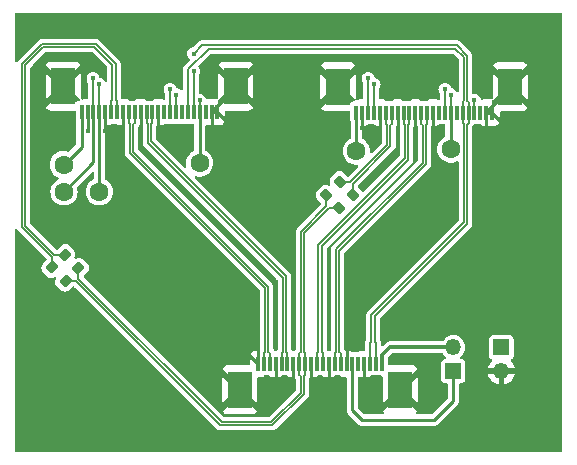
<source format=gtl>
G04 #@! TF.GenerationSoftware,KiCad,Pcbnew,8.0.3*
G04 #@! TF.CreationDate,2025-06-24T11:22:04+03:00*
G04 #@! TF.ProjectId,Camera_24-22_Pin,43616d65-7261-45f3-9234-2d32325f5069,rev?*
G04 #@! TF.SameCoordinates,Original*
G04 #@! TF.FileFunction,Copper,L1,Top*
G04 #@! TF.FilePolarity,Positive*
%FSLAX46Y46*%
G04 Gerber Fmt 4.6, Leading zero omitted, Abs format (unit mm)*
G04 Created by KiCad (PCBNEW 8.0.3) date 2025-06-24 11:22:04*
%MOMM*%
%LPD*%
G01*
G04 APERTURE LIST*
G04 Aperture macros list*
%AMRoundRect*
0 Rectangle with rounded corners*
0 $1 Rounding radius*
0 $2 $3 $4 $5 $6 $7 $8 $9 X,Y pos of 4 corners*
0 Add a 4 corners polygon primitive as box body*
4,1,4,$2,$3,$4,$5,$6,$7,$8,$9,$2,$3,0*
0 Add four circle primitives for the rounded corners*
1,1,$1+$1,$2,$3*
1,1,$1+$1,$4,$5*
1,1,$1+$1,$6,$7*
1,1,$1+$1,$8,$9*
0 Add four rect primitives between the rounded corners*
20,1,$1+$1,$2,$3,$4,$5,0*
20,1,$1+$1,$4,$5,$6,$7,0*
20,1,$1+$1,$6,$7,$8,$9,0*
20,1,$1+$1,$8,$9,$2,$3,0*%
G04 Aperture macros list end*
G04 #@! TA.AperFunction,SMDPad,CuDef*
%ADD10RoundRect,0.200000X0.053033X-0.335876X0.335876X-0.053033X-0.053033X0.335876X-0.335876X0.053033X0*%
G04 #@! TD*
G04 #@! TA.AperFunction,ComponentPad*
%ADD11C,1.600000*%
G04 #@! TD*
G04 #@! TA.AperFunction,SMDPad,CuDef*
%ADD12R,0.300000X1.250000*%
G04 #@! TD*
G04 #@! TA.AperFunction,SMDPad,CuDef*
%ADD13R,2.000000X3.150000*%
G04 #@! TD*
G04 #@! TA.AperFunction,SMDPad,CuDef*
%ADD14RoundRect,0.200000X0.335876X0.053033X0.053033X0.335876X-0.335876X-0.053033X-0.053033X-0.335876X0*%
G04 #@! TD*
G04 #@! TA.AperFunction,ComponentPad*
%ADD15R,1.350000X1.350000*%
G04 #@! TD*
G04 #@! TA.AperFunction,ComponentPad*
%ADD16O,1.350000X1.350000*%
G04 #@! TD*
G04 #@! TA.AperFunction,ViaPad*
%ADD17C,0.400000*%
G04 #@! TD*
G04 #@! TA.AperFunction,ViaPad*
%ADD18C,0.500000*%
G04 #@! TD*
G04 #@! TA.AperFunction,Conductor*
%ADD19C,0.152400*%
G04 #@! TD*
G04 #@! TA.AperFunction,Conductor*
%ADD20C,0.254000*%
G04 #@! TD*
G04 #@! TA.AperFunction,Conductor*
%ADD21C,0.300000*%
G04 #@! TD*
G04 #@! TA.AperFunction,Conductor*
%ADD22C,0.250000*%
G04 #@! TD*
G04 APERTURE END LIST*
D10*
X174351337Y-91582112D03*
X175518063Y-90415386D03*
D11*
X175820000Y-86750000D03*
D12*
X167490000Y-104752500D03*
X167990000Y-104752500D03*
X168490000Y-104752500D03*
X168990000Y-104752500D03*
X169490000Y-104752500D03*
X169990000Y-104752500D03*
X170490000Y-104752500D03*
X170990000Y-104752500D03*
X171490000Y-104752500D03*
X171990000Y-104752500D03*
X172490000Y-104752500D03*
X172990000Y-104752500D03*
X173490000Y-104752500D03*
X173990000Y-104752500D03*
X174490000Y-104752500D03*
X174990000Y-104752500D03*
X175490000Y-104752500D03*
X175990000Y-104752500D03*
X176490000Y-104752500D03*
X176990000Y-104752500D03*
X177490000Y-104752500D03*
X177990000Y-104752500D03*
D13*
X165940000Y-106952500D03*
X179540000Y-106952500D03*
D11*
X151070000Y-90180000D03*
X154060000Y-90170000D03*
X183820000Y-86570000D03*
D12*
X164060000Y-83427500D03*
X163560000Y-83427500D03*
X163060000Y-83427500D03*
X162560000Y-83427500D03*
X162060000Y-83427500D03*
X161560000Y-83427500D03*
X161060000Y-83427500D03*
X160560000Y-83427500D03*
X160060000Y-83427500D03*
X159560000Y-83427500D03*
X159060000Y-83427500D03*
X158560000Y-83427500D03*
X158060000Y-83427500D03*
X157560000Y-83427500D03*
X157060000Y-83427500D03*
X156560000Y-83427500D03*
X156060000Y-83427500D03*
X155560000Y-83427500D03*
X155060000Y-83427500D03*
X154560000Y-83427500D03*
X154060000Y-83427500D03*
X153560000Y-83427500D03*
X153060000Y-83427500D03*
X152560000Y-83427500D03*
D13*
X165610000Y-81227500D03*
X151010000Y-81227500D03*
D14*
X152293363Y-96663363D03*
X151126637Y-95496637D03*
D12*
X187320000Y-83467500D03*
X186820000Y-83467500D03*
X186320000Y-83467500D03*
X185820000Y-83467500D03*
X185320000Y-83467500D03*
X184820000Y-83467500D03*
X184320000Y-83467500D03*
X183820000Y-83467500D03*
X183320000Y-83467500D03*
X182820000Y-83467500D03*
X182320000Y-83467500D03*
X181820000Y-83467500D03*
X181320000Y-83467500D03*
X180820000Y-83467500D03*
X180320000Y-83467500D03*
X179820000Y-83467500D03*
X179320000Y-83467500D03*
X178820000Y-83467500D03*
X178320000Y-83467500D03*
X177820000Y-83467500D03*
X177320000Y-83467500D03*
X176820000Y-83467500D03*
X176320000Y-83467500D03*
X175820000Y-83467500D03*
D13*
X188870000Y-81267500D03*
X174270000Y-81267500D03*
D11*
X151030000Y-87880000D03*
D15*
X188110000Y-103350000D03*
D16*
X188110000Y-105350000D03*
D10*
X173276637Y-90493363D03*
X174443363Y-89326637D03*
D11*
X162550000Y-87740000D03*
D14*
X151203363Y-97743363D03*
X150036637Y-96576637D03*
D15*
X184020000Y-105350000D03*
D16*
X184020000Y-103350000D03*
D17*
X177320000Y-81080000D03*
X154060000Y-81080000D03*
X160560000Y-81950000D03*
X183820000Y-81950000D03*
X183320000Y-81520000D03*
X160050000Y-81520000D03*
X153530000Y-80570000D03*
X176820000Y-80570000D03*
X162560000Y-82450000D03*
X185820000Y-82450000D03*
X162060000Y-79990000D03*
X162060000Y-78480000D03*
X182320000Y-84800000D03*
X171990000Y-106260000D03*
X173490000Y-106260000D03*
X167490000Y-102150000D03*
X159070000Y-85020000D03*
X176480000Y-106260000D03*
D18*
X174990000Y-102000000D03*
D17*
X156060000Y-85020000D03*
X170480000Y-106260000D03*
X168990000Y-106240000D03*
X180830000Y-84800000D03*
X154560000Y-85020000D03*
X177820000Y-84800000D03*
X186820000Y-84800000D03*
X153060000Y-85020000D03*
X163560000Y-84970000D03*
X179320000Y-84800000D03*
X157560000Y-85020000D03*
X176320000Y-84800000D03*
D19*
X177320000Y-83467500D02*
X177320000Y-81080000D01*
X154060000Y-81080000D02*
X154060000Y-83427500D01*
D20*
X154060000Y-90170000D02*
X154060000Y-83427500D01*
X183820000Y-83467500D02*
X183820000Y-86570000D01*
D19*
X183820000Y-81950000D02*
X183820000Y-83467500D01*
X160560000Y-83427500D02*
X160560000Y-81950000D01*
D20*
X152560000Y-83427500D02*
X152560000Y-86350000D01*
X152560000Y-86350000D02*
X151030000Y-87880000D01*
D19*
X164427866Y-109680300D02*
X168602134Y-109680300D01*
X152293363Y-96663363D02*
X152293363Y-97545797D01*
X170990000Y-105690001D02*
X170990000Y-104752500D01*
X171100300Y-93560883D02*
X171100300Y-103704699D01*
X173276637Y-90493363D02*
X173276637Y-91384546D01*
X168602134Y-109680300D02*
X171100300Y-107182134D01*
X171100300Y-107182134D02*
X171100300Y-105800301D01*
X152293363Y-97545797D02*
X164427866Y-109680300D01*
X173276637Y-91384546D02*
X171100300Y-93560883D01*
X171100300Y-103704699D02*
X170990000Y-103814999D01*
X170990000Y-103814999D02*
X170990000Y-104752500D01*
X171100300Y-105800301D02*
X170990000Y-105690001D01*
X160060000Y-81530000D02*
X160060000Y-83427500D01*
X183320000Y-83467500D02*
X183320000Y-81520000D01*
X160050000Y-81520000D02*
X160060000Y-81530000D01*
D20*
X153560000Y-87690000D02*
X153560000Y-83427500D01*
D19*
X176820000Y-80570000D02*
X176820000Y-83467500D01*
D20*
X151070000Y-90180000D02*
X153560000Y-87690000D01*
D19*
X153560000Y-83427500D02*
X153560000Y-80600000D01*
X153560000Y-80600000D02*
X153530000Y-80570000D01*
X184930600Y-84480600D02*
X184820000Y-84370000D01*
X184930600Y-92759400D02*
X184930600Y-84480600D01*
X184820000Y-82560000D02*
X184930000Y-82450000D01*
X161560000Y-79795132D02*
X161560000Y-83427500D01*
X184204268Y-78049400D02*
X163305732Y-78049400D01*
X177100000Y-100590000D02*
X184930600Y-92759400D01*
X176990000Y-104752500D02*
X176990000Y-103010000D01*
X184820000Y-83467500D02*
X184820000Y-82560000D01*
X184930000Y-78775132D02*
X184204268Y-78049400D01*
X184820000Y-84370000D02*
X184820000Y-83467500D01*
X177100000Y-102900000D02*
X177100000Y-100590000D01*
X184930000Y-82450000D02*
X184930000Y-78775132D01*
X163305732Y-78049400D02*
X161560000Y-79795132D01*
X176990000Y-103010000D02*
X177100000Y-102900000D01*
X167990000Y-103814999D02*
X167990000Y-104752500D01*
X156560000Y-83427500D02*
X156560000Y-84365001D01*
X156670300Y-86920300D02*
X168100300Y-98350300D01*
X168100300Y-98350300D02*
X168100300Y-103704699D01*
X156560000Y-84365001D02*
X156670300Y-84475301D01*
X156670300Y-84475301D02*
X156670300Y-86920300D01*
X168100300Y-103704699D02*
X167990000Y-103814999D01*
X173474203Y-91582112D02*
X171379700Y-93676615D01*
X171379700Y-107297866D02*
X171379700Y-105800301D01*
X168717866Y-109959700D02*
X171379700Y-107297866D01*
X174351337Y-91582112D02*
X173474203Y-91582112D01*
X171379700Y-105800301D02*
X171490000Y-105690001D01*
X151203363Y-97743363D02*
X152095797Y-97743363D01*
X164312134Y-109959700D02*
X168717866Y-109959700D01*
X171379700Y-103704699D02*
X171490000Y-103814999D01*
X171379700Y-93676615D02*
X171379700Y-103704699D01*
X171490000Y-103814999D02*
X171490000Y-104752500D01*
X171490000Y-105690001D02*
X171490000Y-104752500D01*
X152095797Y-97743363D02*
X164312134Y-109959700D01*
X156949700Y-84475301D02*
X156949700Y-86804568D01*
X156949700Y-86804568D02*
X168379700Y-98234568D01*
X168379700Y-98234568D02*
X168379700Y-103704699D01*
X157060000Y-84365001D02*
X156949700Y-84475301D01*
X157060000Y-83427500D02*
X157060000Y-84365001D01*
X168490000Y-103814999D02*
X168490000Y-104752500D01*
X168379700Y-103704699D02*
X168490000Y-103814999D01*
X185820000Y-83467500D02*
X185820000Y-82450000D01*
D20*
X162550000Y-87740000D02*
X162560000Y-87730000D01*
X162560000Y-87730000D02*
X162560000Y-83427500D01*
D19*
X162560000Y-82450000D02*
X162560000Y-83427500D01*
X158560000Y-83427500D02*
X158560000Y-84365001D01*
X169879700Y-97349700D02*
X169879700Y-103704699D01*
X169879700Y-103704699D02*
X169990000Y-103814999D01*
X169990000Y-103814999D02*
X169990000Y-104752500D01*
X158560000Y-84365001D02*
X158449700Y-84475301D01*
X158449700Y-84475301D02*
X158449700Y-85919700D01*
X158449700Y-85919700D02*
X169879700Y-97349700D01*
X169600300Y-97465432D02*
X169600300Y-103704699D01*
X158170300Y-86035432D02*
X169600300Y-97465432D01*
X158060000Y-83427500D02*
X158060000Y-84365001D01*
X169490000Y-103814999D02*
X169490000Y-104752500D01*
X169600300Y-103704699D02*
X169490000Y-103814999D01*
X158170300Y-84475301D02*
X158170300Y-86035432D01*
X158060000Y-84365001D02*
X158170300Y-84475301D01*
X162060000Y-78480000D02*
X162770000Y-77770000D01*
X185320000Y-84380000D02*
X185320000Y-83467500D01*
X162060000Y-79990000D02*
X162060000Y-83427500D01*
X177490000Y-104752500D02*
X177490000Y-103020000D01*
X184320000Y-77770000D02*
X185209400Y-78659400D01*
X185209400Y-78659400D02*
X185209400Y-82479400D01*
X177379400Y-102909400D02*
X177379400Y-100705732D01*
X177490000Y-103020000D02*
X177379400Y-102909400D01*
X185209400Y-82479400D02*
X185320000Y-82590000D01*
X185210000Y-84490000D02*
X185320000Y-84380000D01*
X162770000Y-77770000D02*
X184320000Y-77770000D01*
X185210000Y-92875132D02*
X185210000Y-84490000D01*
X185320000Y-82590000D02*
X185320000Y-83467500D01*
X177379400Y-100705732D02*
X185210000Y-92875132D01*
X178820000Y-84405001D02*
X178820000Y-83467500D01*
X178709700Y-84515301D02*
X178820000Y-84405001D01*
X175518063Y-89524203D02*
X178709700Y-86332566D01*
X178709700Y-86332566D02*
X178709700Y-84515301D01*
X175518063Y-90415386D02*
X175518063Y-89524203D01*
D20*
X175820000Y-83467500D02*
X175820000Y-86750000D01*
D19*
X178430300Y-86216834D02*
X178430300Y-84515301D01*
X175320497Y-89326637D02*
X178430300Y-86216834D01*
X174443363Y-89326637D02*
X175320497Y-89326637D01*
X178320000Y-84405001D02*
X178320000Y-83467500D01*
X178430300Y-84515301D02*
X178320000Y-84405001D01*
X174490000Y-103814999D02*
X174490000Y-104752500D01*
X181820000Y-84405001D02*
X181709700Y-84515301D01*
X174379700Y-95175432D02*
X174379700Y-103704699D01*
X181709700Y-84515301D02*
X181709700Y-87845432D01*
X174379700Y-103704699D02*
X174490000Y-103814999D01*
X181820000Y-83467500D02*
X181820000Y-84405001D01*
X181709700Y-87845432D02*
X174379700Y-95175432D01*
X181320000Y-84405001D02*
X181430300Y-84515301D01*
X181430300Y-87729700D02*
X174100300Y-95059700D01*
X181320000Y-83467500D02*
X181320000Y-84405001D01*
X173990000Y-103814999D02*
X173990000Y-104752500D01*
X174100300Y-95059700D02*
X174100300Y-103704699D01*
X181430300Y-84515301D02*
X181430300Y-87729700D01*
X174100300Y-103704699D02*
X173990000Y-103814999D01*
X180209700Y-87455432D02*
X180209700Y-84515301D01*
X180209700Y-84515301D02*
X180320000Y-84405001D01*
X172990000Y-104752500D02*
X172990000Y-103814999D01*
X172879700Y-103704699D02*
X172879700Y-94785432D01*
X172990000Y-103814999D02*
X172879700Y-103704699D01*
X180320000Y-84405001D02*
X180320000Y-83467500D01*
X172879700Y-94785432D02*
X180209700Y-87455432D01*
X172490000Y-104752500D02*
X172490000Y-103814999D01*
X172600300Y-103704699D02*
X172600300Y-94669700D01*
X179820000Y-84405001D02*
X179820000Y-83467500D01*
X179930300Y-84515301D02*
X179820000Y-84405001D01*
X172490000Y-103814999D02*
X172600300Y-103704699D01*
X172600300Y-94669700D02*
X179930300Y-87339700D01*
X179930300Y-87339700D02*
X179930300Y-84515301D01*
D21*
X177990000Y-104752500D02*
X177990000Y-104000000D01*
X178640000Y-103350000D02*
X184020000Y-103350000D01*
X177990000Y-104000000D02*
X178640000Y-103350000D01*
D22*
X182400000Y-109510000D02*
X176320000Y-109510000D01*
X184020000Y-107890000D02*
X182400000Y-109510000D01*
X176320000Y-109510000D02*
X175490000Y-108680000D01*
X184020000Y-105350000D02*
X184020000Y-107890000D01*
X175490000Y-108680000D02*
X175490000Y-104752500D01*
D19*
X155170300Y-82379699D02*
X155170300Y-79467866D01*
X155170300Y-79467866D02*
X153632134Y-77929700D01*
X153632134Y-77929700D02*
X149317866Y-77929700D01*
X147789700Y-93052134D02*
X150234203Y-95496637D01*
X155060000Y-83427500D02*
X155060000Y-82489999D01*
X147789700Y-79457866D02*
X147789700Y-93052134D01*
X149317866Y-77929700D02*
X147789700Y-79457866D01*
X150234203Y-95496637D02*
X151126637Y-95496637D01*
X155060000Y-82489999D02*
X155170300Y-82379699D01*
X147510300Y-93167866D02*
X150036637Y-95694203D01*
X150036637Y-95694203D02*
X150036637Y-96576637D01*
X155560000Y-82489999D02*
X155449700Y-82379699D01*
X155560000Y-83427500D02*
X155560000Y-82489999D01*
X147510300Y-79342134D02*
X147510300Y-93167866D01*
X149202134Y-77650300D02*
X147510300Y-79342134D01*
X155449700Y-82379699D02*
X155449700Y-79352134D01*
X153747866Y-77650300D02*
X149202134Y-77650300D01*
X155449700Y-79352134D02*
X153747866Y-77650300D01*
D22*
X170490000Y-104752500D02*
X170490000Y-106250000D01*
X186820000Y-83467500D02*
X186820000Y-84800000D01*
X176490000Y-104752500D02*
X176490000Y-106250000D01*
X156060000Y-83427500D02*
X156060000Y-85020000D01*
X176490000Y-106250000D02*
X176480000Y-106260000D01*
X176320000Y-83467500D02*
X176320000Y-84800000D01*
X173490000Y-104752500D02*
X173490000Y-106260000D01*
X182320000Y-83467500D02*
X182320000Y-84800000D01*
X163560000Y-83427500D02*
X164060000Y-83427500D01*
X168990000Y-106240000D02*
X168990000Y-104752500D01*
X159060000Y-85010000D02*
X159070000Y-85020000D01*
X159060000Y-83427500D02*
X159060000Y-85010000D01*
X157560000Y-83427500D02*
X157560000Y-85020000D01*
X180820000Y-84790000D02*
X180820000Y-83467500D01*
X171990000Y-104752500D02*
X171990000Y-106260000D01*
X174990000Y-102000000D02*
X174990000Y-104752500D01*
X186820000Y-83467500D02*
X187320000Y-83467500D01*
X167490000Y-102150000D02*
X167490000Y-104752500D01*
X170490000Y-106250000D02*
X170480000Y-106260000D01*
X180830000Y-84800000D02*
X180820000Y-84790000D01*
X163560000Y-84970000D02*
X163560000Y-83427500D01*
X153060000Y-85020000D02*
X153060000Y-83427500D01*
X177820000Y-83467500D02*
X177820000Y-84800000D01*
X179320000Y-83467500D02*
X179320000Y-84800000D01*
X154560000Y-83427500D02*
X154560000Y-85020000D01*
G04 #@! TA.AperFunction,Conductor*
G36*
X193218691Y-75029407D02*
G01*
X193254655Y-75078907D01*
X193259500Y-75109500D01*
X193259500Y-112150500D01*
X193240593Y-112208691D01*
X193191093Y-112244655D01*
X193160500Y-112249500D01*
X147039500Y-112249500D01*
X146981309Y-112230593D01*
X146945345Y-112181093D01*
X146940500Y-112150500D01*
X146940500Y-93403815D01*
X146959407Y-93345624D01*
X147008907Y-93309660D01*
X147070093Y-93309660D01*
X147119593Y-93345624D01*
X147125225Y-93354297D01*
X147168855Y-93429866D01*
X148424970Y-94685981D01*
X149575443Y-95836454D01*
X149603220Y-95890971D01*
X149593649Y-95951403D01*
X149575443Y-95976461D01*
X149281022Y-96270883D01*
X149281019Y-96270886D01*
X149225982Y-96340947D01*
X149225981Y-96340948D01*
X149165690Y-96479750D01*
X149165690Y-96479751D01*
X149145086Y-96629670D01*
X149165690Y-96779588D01*
X149165690Y-96779589D01*
X149210343Y-96882389D01*
X149225981Y-96918391D01*
X149281021Y-96988455D01*
X149624819Y-97332253D01*
X149694883Y-97387293D01*
X149833684Y-97447583D01*
X149983604Y-97468188D01*
X150133524Y-97447583D01*
X150254888Y-97394866D01*
X150315792Y-97389026D01*
X150368499Y-97420099D01*
X150392876Y-97476219D01*
X150385132Y-97525112D01*
X150332417Y-97646473D01*
X150332416Y-97646477D01*
X150311812Y-97796396D01*
X150332416Y-97946314D01*
X150332416Y-97946315D01*
X150386083Y-98069868D01*
X150392707Y-98085117D01*
X150447747Y-98155181D01*
X150791545Y-98498979D01*
X150861609Y-98554019D01*
X151000410Y-98614309D01*
X151150330Y-98634914D01*
X151300250Y-98614309D01*
X151439051Y-98554019D01*
X151509115Y-98498979D01*
X151808539Y-98199554D01*
X151863054Y-98171779D01*
X151923486Y-98181350D01*
X151948545Y-98199556D01*
X164050134Y-110301145D01*
X164147434Y-110357321D01*
X164255958Y-110386400D01*
X164255960Y-110386400D01*
X168774040Y-110386400D01*
X168774042Y-110386400D01*
X168882566Y-110357321D01*
X168979866Y-110301145D01*
X171721145Y-107559866D01*
X171777321Y-107462566D01*
X171806400Y-107354042D01*
X171806400Y-107241690D01*
X171806400Y-106018053D01*
X171825307Y-105959862D01*
X171827571Y-105957210D01*
X171827494Y-105957151D01*
X171831441Y-105952005D01*
X171831445Y-105952001D01*
X171845880Y-105926999D01*
X171891350Y-105886058D01*
X171931616Y-105877500D01*
X172187824Y-105877500D01*
X172247370Y-105871098D01*
X172247381Y-105871096D01*
X172382088Y-105820853D01*
X172382090Y-105820852D01*
X172479747Y-105747747D01*
X172537662Y-105728010D01*
X172539076Y-105728000D01*
X172673260Y-105728000D01*
X172725726Y-105720355D01*
X172754274Y-105720355D01*
X172806740Y-105728000D01*
X172940924Y-105728000D01*
X172999115Y-105746907D01*
X173000253Y-105747747D01*
X173097909Y-105820852D01*
X173097911Y-105820853D01*
X173232618Y-105871096D01*
X173232629Y-105871098D01*
X173292176Y-105877500D01*
X173687824Y-105877500D01*
X173747370Y-105871098D01*
X173747381Y-105871096D01*
X173882088Y-105820853D01*
X173882090Y-105820852D01*
X173979747Y-105747747D01*
X174037662Y-105728010D01*
X174039076Y-105728000D01*
X174173260Y-105728000D01*
X174225726Y-105720355D01*
X174254274Y-105720355D01*
X174306740Y-105728000D01*
X174440924Y-105728000D01*
X174499115Y-105746907D01*
X174500253Y-105747747D01*
X174597909Y-105820852D01*
X174597911Y-105820853D01*
X174732618Y-105871096D01*
X174732629Y-105871098D01*
X174792176Y-105877500D01*
X174915500Y-105877500D01*
X174973691Y-105896407D01*
X175009655Y-105945907D01*
X175014500Y-105976500D01*
X175014500Y-108617399D01*
X175014500Y-108742601D01*
X175046905Y-108863536D01*
X175109505Y-108971964D01*
X176028036Y-109890495D01*
X176136464Y-109953095D01*
X176257399Y-109985500D01*
X176257401Y-109985500D01*
X182462599Y-109985500D01*
X182462601Y-109985500D01*
X182583536Y-109953095D01*
X182691964Y-109890495D01*
X184400495Y-108181964D01*
X184463095Y-108073536D01*
X184495500Y-107952601D01*
X184495500Y-107827399D01*
X184495500Y-106474500D01*
X184514407Y-106416309D01*
X184563907Y-106380345D01*
X184594500Y-106375500D01*
X184728257Y-106375500D01*
X184728260Y-106375500D01*
X184796393Y-106365573D01*
X184901483Y-106314198D01*
X184984198Y-106231483D01*
X185035573Y-106126393D01*
X185045500Y-106058260D01*
X185045500Y-105100000D01*
X186959496Y-105100000D01*
X187794314Y-105100000D01*
X187789920Y-105104394D01*
X187737259Y-105195606D01*
X187710000Y-105297339D01*
X187710000Y-105402661D01*
X187737259Y-105504394D01*
X187789920Y-105595606D01*
X187794314Y-105600000D01*
X186959496Y-105600000D01*
X187009652Y-105776279D01*
X187106711Y-105971200D01*
X187106716Y-105971209D01*
X187237947Y-106144987D01*
X187398870Y-106291686D01*
X187398873Y-106291688D01*
X187584008Y-106406319D01*
X187584013Y-106406322D01*
X187787070Y-106484987D01*
X187859999Y-106498620D01*
X187860000Y-106498620D01*
X187860000Y-105665686D01*
X187864394Y-105670080D01*
X187955606Y-105722741D01*
X188057339Y-105750000D01*
X188162661Y-105750000D01*
X188264394Y-105722741D01*
X188355606Y-105670080D01*
X188360000Y-105665686D01*
X188360000Y-106498620D01*
X188432929Y-106484987D01*
X188635986Y-106406322D01*
X188635991Y-106406319D01*
X188821126Y-106291688D01*
X188821129Y-106291686D01*
X188982052Y-106144987D01*
X189113283Y-105971209D01*
X189113288Y-105971200D01*
X189210347Y-105776279D01*
X189260504Y-105600000D01*
X188425686Y-105600000D01*
X188430080Y-105595606D01*
X188482741Y-105504394D01*
X188510000Y-105402661D01*
X188510000Y-105297339D01*
X188482741Y-105195606D01*
X188430080Y-105104394D01*
X188425686Y-105100000D01*
X189260504Y-105100000D01*
X189210347Y-104923720D01*
X189113288Y-104728799D01*
X189113283Y-104728790D01*
X188982052Y-104555012D01*
X188921037Y-104499390D01*
X188890771Y-104446215D01*
X188897542Y-104385405D01*
X188938762Y-104340188D01*
X188944253Y-104337287D01*
X188991483Y-104314198D01*
X189074198Y-104231483D01*
X189125573Y-104126393D01*
X189135500Y-104058260D01*
X189135500Y-102641740D01*
X189125573Y-102573607D01*
X189074198Y-102468517D01*
X188991483Y-102385802D01*
X188991481Y-102385801D01*
X188886395Y-102334427D01*
X188859139Y-102330456D01*
X188818260Y-102324500D01*
X187401740Y-102324500D01*
X187367673Y-102329463D01*
X187333604Y-102334427D01*
X187228518Y-102385801D01*
X187145801Y-102468518D01*
X187094427Y-102573604D01*
X187094427Y-102573607D01*
X187084500Y-102641740D01*
X187084500Y-104058260D01*
X187087471Y-104078651D01*
X187094427Y-104126395D01*
X187145801Y-104231481D01*
X187145802Y-104231483D01*
X187228517Y-104314198D01*
X187275747Y-104337287D01*
X187319721Y-104379831D01*
X187330290Y-104440096D01*
X187303417Y-104495065D01*
X187298962Y-104499390D01*
X187237947Y-104555012D01*
X187106716Y-104728790D01*
X187106711Y-104728799D01*
X187009652Y-104923720D01*
X186959496Y-105100000D01*
X185045500Y-105100000D01*
X185045500Y-104641740D01*
X185035573Y-104573607D01*
X184984198Y-104468517D01*
X184901483Y-104385802D01*
X184860104Y-104365573D01*
X184796395Y-104334427D01*
X184769139Y-104330456D01*
X184728260Y-104324500D01*
X184728257Y-104324500D01*
X184725761Y-104324500D01*
X184725043Y-104324267D01*
X184724685Y-104324241D01*
X184724691Y-104324152D01*
X184667570Y-104305593D01*
X184631606Y-104256093D01*
X184631606Y-104194907D01*
X184662956Y-104148972D01*
X184691580Y-104125480D01*
X184748647Y-104078647D01*
X184876798Y-103922494D01*
X184877588Y-103921017D01*
X184949369Y-103786724D01*
X184972023Y-103744341D01*
X185030662Y-103551033D01*
X185030663Y-103551028D01*
X185050462Y-103350003D01*
X185050462Y-103349996D01*
X185030663Y-103148971D01*
X185030662Y-103148966D01*
X185012873Y-103090327D01*
X184972023Y-102955659D01*
X184968729Y-102949496D01*
X184876800Y-102777508D01*
X184748651Y-102621358D01*
X184748647Y-102621353D01*
X184690468Y-102573607D01*
X184592491Y-102493199D01*
X184414346Y-102397979D01*
X184414341Y-102397977D01*
X184221033Y-102339337D01*
X184221028Y-102339336D01*
X184020003Y-102319538D01*
X184019997Y-102319538D01*
X183818971Y-102339336D01*
X183818966Y-102339337D01*
X183625658Y-102397977D01*
X183625653Y-102397979D01*
X183447508Y-102493199D01*
X183291358Y-102621348D01*
X183291348Y-102621358D01*
X183163201Y-102777507D01*
X183152692Y-102797169D01*
X183108585Y-102839576D01*
X183065382Y-102849500D01*
X178705893Y-102849500D01*
X178574108Y-102849500D01*
X178496200Y-102870375D01*
X178446809Y-102883609D01*
X178332690Y-102949496D01*
X178332685Y-102949500D01*
X178085703Y-103196482D01*
X178031187Y-103224259D01*
X177970755Y-103214688D01*
X177927490Y-103171423D01*
X177916700Y-103126478D01*
X177916700Y-102963825D01*
X177914512Y-102955658D01*
X177887621Y-102855300D01*
X177831445Y-102758000D01*
X177831441Y-102757996D01*
X177831439Y-102757992D01*
X177827494Y-102752850D01*
X177829727Y-102751136D01*
X177807311Y-102707082D01*
X177806100Y-102691647D01*
X177806100Y-100923484D01*
X177825007Y-100865293D01*
X177835090Y-100853486D01*
X185551445Y-93137132D01*
X185607621Y-93039832D01*
X185636700Y-92931308D01*
X185636700Y-92818956D01*
X185636700Y-84707752D01*
X185655607Y-84649561D01*
X185657597Y-84647229D01*
X185657494Y-84647150D01*
X185661446Y-84641999D01*
X185710320Y-84557345D01*
X185717621Y-84544700D01*
X185725211Y-84516376D01*
X185758535Y-84465062D01*
X185815657Y-84443136D01*
X185820837Y-84443000D01*
X186003260Y-84443000D01*
X186055726Y-84435355D01*
X186084274Y-84435355D01*
X186136740Y-84443000D01*
X186270924Y-84443000D01*
X186329115Y-84461907D01*
X186330253Y-84462747D01*
X186427909Y-84535852D01*
X186427911Y-84535853D01*
X186562618Y-84586096D01*
X186562629Y-84586098D01*
X186622176Y-84592500D01*
X187017824Y-84592500D01*
X187059416Y-84588028D01*
X187080584Y-84588028D01*
X187122176Y-84592500D01*
X187517824Y-84592500D01*
X187577370Y-84586098D01*
X187577381Y-84586096D01*
X187712088Y-84535853D01*
X187712090Y-84535852D01*
X187827184Y-84449692D01*
X187827192Y-84449684D01*
X187913354Y-84334587D01*
X187930088Y-84289721D01*
X187177871Y-83537504D01*
X187150094Y-83482987D01*
X187159665Y-83422555D01*
X187177871Y-83397496D01*
X187249996Y-83325371D01*
X187304513Y-83297594D01*
X187364945Y-83307165D01*
X187390004Y-83325371D01*
X187970000Y-83905367D01*
X187970000Y-83441500D01*
X187988907Y-83383309D01*
X188038407Y-83347345D01*
X188069000Y-83342500D01*
X189917824Y-83342500D01*
X189977370Y-83336098D01*
X189977381Y-83336096D01*
X190112088Y-83285853D01*
X190112090Y-83285852D01*
X190227184Y-83199692D01*
X190227192Y-83199684D01*
X190313352Y-83084589D01*
X190318834Y-83069888D01*
X188870000Y-81621054D01*
X187510282Y-82980771D01*
X187493010Y-83006621D01*
X186989504Y-83510128D01*
X186934987Y-83537905D01*
X186874555Y-83528334D01*
X186831290Y-83485069D01*
X186820500Y-83440124D01*
X186820500Y-83295875D01*
X186839407Y-83237684D01*
X186849496Y-83225871D01*
X187327000Y-82748367D01*
X187327000Y-82497954D01*
X187345907Y-82439763D01*
X187355996Y-82427950D01*
X188516446Y-81267500D01*
X189223554Y-81267500D01*
X190370000Y-82413946D01*
X190370000Y-80121054D01*
X189223554Y-81267500D01*
X188516446Y-81267500D01*
X187370000Y-80121054D01*
X187370000Y-82243500D01*
X187351093Y-82301691D01*
X187301593Y-82337655D01*
X187271000Y-82342500D01*
X187122173Y-82342500D01*
X187080581Y-82346971D01*
X187059419Y-82346971D01*
X187017826Y-82342500D01*
X186622176Y-82342500D01*
X186562629Y-82348901D01*
X186562622Y-82348902D01*
X186487488Y-82376925D01*
X186426359Y-82379544D01*
X186375365Y-82345732D01*
X186357265Y-82309784D01*
X186356330Y-82306295D01*
X186356330Y-82306291D01*
X186300861Y-82172375D01*
X186212621Y-82057379D01*
X186097625Y-81969139D01*
X186097621Y-81969137D01*
X185963709Y-81913670D01*
X185963708Y-81913669D01*
X185820000Y-81894750D01*
X185819999Y-81894750D01*
X185748022Y-81904226D01*
X185687861Y-81893076D01*
X185645744Y-81848694D01*
X185636100Y-81806073D01*
X185636100Y-79465109D01*
X187421163Y-79465109D01*
X188870000Y-80913946D01*
X190318835Y-79465110D01*
X190313353Y-79450411D01*
X190313352Y-79450410D01*
X190227192Y-79335315D01*
X190227184Y-79335307D01*
X190112090Y-79249147D01*
X190112088Y-79249146D01*
X189977381Y-79198903D01*
X189977370Y-79198901D01*
X189917824Y-79192500D01*
X187822176Y-79192500D01*
X187762629Y-79198901D01*
X187762618Y-79198903D01*
X187627911Y-79249146D01*
X187627909Y-79249147D01*
X187512815Y-79335307D01*
X187512807Y-79335315D01*
X187426646Y-79450411D01*
X187421163Y-79465109D01*
X185636100Y-79465109D01*
X185636100Y-78603225D01*
X185636100Y-78603224D01*
X185607021Y-78494700D01*
X185550845Y-78397400D01*
X185528752Y-78375307D01*
X185471400Y-78317954D01*
X185471400Y-78317955D01*
X184582000Y-77428555D01*
X184484700Y-77372379D01*
X184376176Y-77343300D01*
X162826176Y-77343300D01*
X162713824Y-77343300D01*
X162605300Y-77372379D01*
X162507997Y-77428557D01*
X162028258Y-77908294D01*
X161973742Y-77936071D01*
X161971179Y-77936443D01*
X161916289Y-77943670D01*
X161782378Y-77999137D01*
X161782374Y-77999139D01*
X161667381Y-78087377D01*
X161667377Y-78087381D01*
X161579139Y-78202374D01*
X161579137Y-78202378D01*
X161523670Y-78336290D01*
X161523669Y-78336291D01*
X161504750Y-78479999D01*
X161504750Y-78480000D01*
X161523669Y-78623708D01*
X161523670Y-78623709D01*
X161579139Y-78757625D01*
X161667379Y-78872621D01*
X161697598Y-78895809D01*
X161732252Y-78946231D01*
X161730651Y-79007395D01*
X161707333Y-79044352D01*
X161298000Y-79453686D01*
X161218557Y-79533129D01*
X161218555Y-79533131D01*
X161218555Y-79533132D01*
X161162379Y-79630432D01*
X161140423Y-79712375D01*
X161133300Y-79738957D01*
X161133300Y-81501199D01*
X161114393Y-81559390D01*
X161064893Y-81595354D01*
X161003707Y-81595354D01*
X160955761Y-81561470D01*
X160952626Y-81557385D01*
X160952624Y-81557383D01*
X160952621Y-81557379D01*
X160837625Y-81469139D01*
X160837621Y-81469137D01*
X160703711Y-81413671D01*
X160703713Y-81413671D01*
X160703709Y-81413670D01*
X160703707Y-81413669D01*
X160703705Y-81413669D01*
X160652603Y-81406941D01*
X160597379Y-81380599D01*
X160574063Y-81346674D01*
X160530861Y-81242375D01*
X160530860Y-81242374D01*
X160516537Y-81223708D01*
X160442621Y-81127379D01*
X160327625Y-81039139D01*
X160327621Y-81039137D01*
X160193709Y-80983670D01*
X160193708Y-80983669D01*
X160050000Y-80964750D01*
X159906291Y-80983669D01*
X159906290Y-80983670D01*
X159772378Y-81039137D01*
X159772374Y-81039139D01*
X159657381Y-81127377D01*
X159657377Y-81127381D01*
X159569139Y-81242374D01*
X159569137Y-81242378D01*
X159513670Y-81376290D01*
X159513669Y-81376291D01*
X159494750Y-81519999D01*
X159494750Y-81520000D01*
X159513669Y-81663708D01*
X159513670Y-81663709D01*
X159569137Y-81797621D01*
X159569142Y-81797630D01*
X159612841Y-81854578D01*
X159633266Y-81912253D01*
X159633300Y-81914846D01*
X159633300Y-82297022D01*
X159614393Y-82355213D01*
X159564893Y-82391177D01*
X159503707Y-82391177D01*
X159474972Y-82376276D01*
X159452089Y-82359146D01*
X159317381Y-82308903D01*
X159317370Y-82308901D01*
X159257824Y-82302500D01*
X158862176Y-82302500D01*
X158802629Y-82308901D01*
X158802618Y-82308903D01*
X158667911Y-82359146D01*
X158667909Y-82359147D01*
X158570253Y-82432253D01*
X158512338Y-82451990D01*
X158510924Y-82452000D01*
X158376740Y-82452000D01*
X158324272Y-82459644D01*
X158295728Y-82459644D01*
X158253889Y-82453548D01*
X158243260Y-82452000D01*
X158109076Y-82452000D01*
X158050885Y-82433093D01*
X158049747Y-82432253D01*
X157952090Y-82359147D01*
X157952088Y-82359146D01*
X157817381Y-82308903D01*
X157817370Y-82308901D01*
X157757824Y-82302500D01*
X157362176Y-82302500D01*
X157302629Y-82308901D01*
X157302618Y-82308903D01*
X157167911Y-82359146D01*
X157167909Y-82359147D01*
X157070253Y-82432253D01*
X157012338Y-82451990D01*
X157010924Y-82452000D01*
X156876740Y-82452000D01*
X156824272Y-82459644D01*
X156795728Y-82459644D01*
X156753889Y-82453548D01*
X156743260Y-82452000D01*
X156609076Y-82452000D01*
X156550885Y-82433093D01*
X156549747Y-82432253D01*
X156452090Y-82359147D01*
X156452088Y-82359146D01*
X156317381Y-82308903D01*
X156317370Y-82308901D01*
X156257824Y-82302500D01*
X156001616Y-82302500D01*
X155943425Y-82283593D01*
X155915880Y-82253001D01*
X155904963Y-82234093D01*
X155901445Y-82227999D01*
X155901442Y-82227996D01*
X155901441Y-82227994D01*
X155897494Y-82222849D01*
X155899830Y-82221056D01*
X155877607Y-82177356D01*
X155876400Y-82161946D01*
X155876400Y-79295959D01*
X155876400Y-79295958D01*
X155847321Y-79187434D01*
X155791145Y-79090134D01*
X155781145Y-79080134D01*
X155711700Y-79010688D01*
X155711700Y-79010689D01*
X154009866Y-77308855D01*
X153912566Y-77252679D01*
X153804042Y-77223600D01*
X149258310Y-77223600D01*
X149145958Y-77223600D01*
X149037434Y-77252679D01*
X148940134Y-77308855D01*
X147248300Y-79000689D01*
X147248299Y-79000688D01*
X147168854Y-79080134D01*
X147125236Y-79155684D01*
X147079767Y-79196625D01*
X147018917Y-79203021D01*
X146965929Y-79172428D01*
X146941042Y-79116532D01*
X146940500Y-79106184D01*
X146940500Y-75109500D01*
X146959407Y-75051309D01*
X147008907Y-75015345D01*
X147039500Y-75010500D01*
X193160500Y-75010500D01*
X193218691Y-75029407D01*
G37*
G04 #@! TD.AperFunction*
G04 #@! TA.AperFunction,Conductor*
G36*
X153472572Y-78375307D02*
G01*
X153484385Y-78385396D01*
X154714604Y-79615615D01*
X154742381Y-79670132D01*
X154743600Y-79685619D01*
X154743600Y-80794124D01*
X154724693Y-80852315D01*
X154675193Y-80888279D01*
X154614007Y-80888279D01*
X154564507Y-80852315D01*
X154553136Y-80832010D01*
X154540861Y-80802375D01*
X154540860Y-80802374D01*
X154452621Y-80687379D01*
X154337625Y-80599139D01*
X154337621Y-80599137D01*
X154203709Y-80543670D01*
X154203710Y-80543670D01*
X154154945Y-80537249D01*
X154099720Y-80510906D01*
X154070526Y-80457135D01*
X154069716Y-80452015D01*
X154066330Y-80426293D01*
X154066330Y-80426291D01*
X154010861Y-80292375D01*
X153922621Y-80177379D01*
X153807625Y-80089139D01*
X153807621Y-80089137D01*
X153673709Y-80033670D01*
X153673708Y-80033669D01*
X153530000Y-80014750D01*
X153386291Y-80033669D01*
X153386290Y-80033670D01*
X153252378Y-80089137D01*
X153252374Y-80089139D01*
X153137381Y-80177377D01*
X153137377Y-80177381D01*
X153049139Y-80292374D01*
X153049137Y-80292378D01*
X152993670Y-80426290D01*
X152993669Y-80426291D01*
X152974750Y-80569999D01*
X152974750Y-80570000D01*
X152993669Y-80713708D01*
X152993670Y-80713709D01*
X153030395Y-80802374D01*
X153049139Y-80847625D01*
X153112842Y-80930644D01*
X153133266Y-80988319D01*
X153133300Y-80990911D01*
X153133300Y-82203500D01*
X153114393Y-82261691D01*
X153064893Y-82297655D01*
X153034300Y-82302500D01*
X152862176Y-82302500D01*
X152802629Y-82308901D01*
X152802618Y-82308903D01*
X152667910Y-82359146D01*
X152661698Y-82362539D01*
X152661033Y-82361322D01*
X152610403Y-82378570D01*
X152551950Y-82360490D01*
X152515289Y-82311504D01*
X152510000Y-82279580D01*
X152510000Y-80081054D01*
X151363554Y-81227500D01*
X152421659Y-82285605D01*
X152449436Y-82340122D01*
X152439865Y-82400554D01*
X152396600Y-82443819D01*
X152365930Y-82453574D01*
X152308607Y-82461926D01*
X152203518Y-82513301D01*
X152203515Y-82513303D01*
X152142886Y-82573932D01*
X152088369Y-82601709D01*
X152027937Y-82592137D01*
X152002879Y-82573932D01*
X151010000Y-81581053D01*
X149561163Y-83029889D01*
X149566645Y-83044587D01*
X149652807Y-83159684D01*
X149652815Y-83159692D01*
X149767909Y-83245852D01*
X149767911Y-83245853D01*
X149902618Y-83296096D01*
X149902629Y-83296098D01*
X149962176Y-83302500D01*
X151960500Y-83302500D01*
X152018691Y-83321407D01*
X152054655Y-83370907D01*
X152059500Y-83401500D01*
X152059500Y-84085760D01*
X152069427Y-84153893D01*
X152072441Y-84160059D01*
X152082500Y-84203537D01*
X152082500Y-86111204D01*
X152063593Y-86169395D01*
X152053504Y-86181208D01*
X151478185Y-86756526D01*
X151423668Y-86784303D01*
X151372419Y-86778837D01*
X151346198Y-86768679D01*
X151346197Y-86768678D01*
X151346195Y-86768678D01*
X151136610Y-86729500D01*
X150923390Y-86729500D01*
X150713804Y-86768678D01*
X150514980Y-86845702D01*
X150514975Y-86845705D01*
X150333699Y-86957946D01*
X150333692Y-86957952D01*
X150176135Y-87101586D01*
X150176131Y-87101589D01*
X150176128Y-87101593D01*
X150176125Y-87101597D01*
X150047635Y-87271743D01*
X150047630Y-87271752D01*
X149952596Y-87462608D01*
X149894244Y-87667688D01*
X149874571Y-87880000D01*
X149894244Y-88092311D01*
X149908350Y-88141888D01*
X149952595Y-88297389D01*
X150047634Y-88488255D01*
X150176128Y-88658407D01*
X150246734Y-88722773D01*
X150333692Y-88802047D01*
X150333699Y-88802053D01*
X150415675Y-88852810D01*
X150514981Y-88914298D01*
X150595351Y-88945433D01*
X150642782Y-88984083D01*
X150658436Y-89043232D01*
X150636334Y-89100286D01*
X150595353Y-89130061D01*
X150554983Y-89145701D01*
X150554975Y-89145705D01*
X150373699Y-89257946D01*
X150373692Y-89257952D01*
X150216135Y-89401586D01*
X150216131Y-89401589D01*
X150216128Y-89401593D01*
X150216125Y-89401597D01*
X150087635Y-89571743D01*
X150087630Y-89571752D01*
X149992596Y-89762608D01*
X149934244Y-89967688D01*
X149914571Y-90180000D01*
X149934244Y-90392311D01*
X149947907Y-90440330D01*
X149990563Y-90590249D01*
X149992596Y-90597391D01*
X150040595Y-90693788D01*
X150087634Y-90788255D01*
X150216128Y-90958407D01*
X150216135Y-90958413D01*
X150373692Y-91102047D01*
X150373699Y-91102053D01*
X150415655Y-91128031D01*
X150554981Y-91214298D01*
X150753802Y-91291321D01*
X150963390Y-91330500D01*
X151176610Y-91330500D01*
X151386198Y-91291321D01*
X151585019Y-91214298D01*
X151766302Y-91102052D01*
X151923872Y-90958407D01*
X152052366Y-90788255D01*
X152147405Y-90597389D01*
X152205756Y-90392310D01*
X152225429Y-90180000D01*
X152205756Y-89967690D01*
X152166709Y-89830457D01*
X152168969Y-89769314D01*
X152191923Y-89733362D01*
X153413497Y-88511789D01*
X153468013Y-88484013D01*
X153528445Y-88493584D01*
X153571710Y-88536849D01*
X153582500Y-88581794D01*
X153582500Y-89057328D01*
X153563593Y-89115519D01*
X153535617Y-89141499D01*
X153363699Y-89247946D01*
X153363692Y-89247952D01*
X153206135Y-89391586D01*
X153206131Y-89391589D01*
X153206128Y-89391593D01*
X153206125Y-89391597D01*
X153077635Y-89561743D01*
X153077630Y-89561752D01*
X152982596Y-89752608D01*
X152924244Y-89957688D01*
X152904571Y-90170000D01*
X152924244Y-90382311D01*
X152928275Y-90396477D01*
X152982595Y-90587389D01*
X153077634Y-90778255D01*
X153206128Y-90948407D01*
X153217104Y-90958413D01*
X153363692Y-91092047D01*
X153363699Y-91092053D01*
X153379850Y-91102053D01*
X153544981Y-91204298D01*
X153743802Y-91281321D01*
X153953390Y-91320500D01*
X154166610Y-91320500D01*
X154376198Y-91281321D01*
X154575019Y-91204298D01*
X154756302Y-91092052D01*
X154913872Y-90948407D01*
X155042366Y-90778255D01*
X155137405Y-90587389D01*
X155195756Y-90382310D01*
X155215429Y-90170000D01*
X155195756Y-89957690D01*
X155137405Y-89752611D01*
X155042366Y-89561745D01*
X154913872Y-89391593D01*
X154859623Y-89342139D01*
X154756307Y-89247952D01*
X154756300Y-89247946D01*
X154584383Y-89141499D01*
X154544862Y-89094790D01*
X154537500Y-89057328D01*
X154537500Y-84651500D01*
X154556407Y-84593309D01*
X154605907Y-84557345D01*
X154636500Y-84552500D01*
X154757824Y-84552500D01*
X154817370Y-84546098D01*
X154817381Y-84546096D01*
X154952088Y-84495853D01*
X154952090Y-84495852D01*
X155049747Y-84422747D01*
X155107662Y-84403010D01*
X155109076Y-84403000D01*
X155243260Y-84403000D01*
X155295726Y-84395355D01*
X155324274Y-84395355D01*
X155376740Y-84403000D01*
X155510924Y-84403000D01*
X155569115Y-84421907D01*
X155570253Y-84422747D01*
X155667909Y-84495852D01*
X155667911Y-84495853D01*
X155802618Y-84546096D01*
X155802629Y-84546098D01*
X155862176Y-84552500D01*
X156118384Y-84552500D01*
X156176575Y-84571407D01*
X156204120Y-84601999D01*
X156218555Y-84627001D01*
X156218556Y-84627002D01*
X156218558Y-84627005D01*
X156222506Y-84632151D01*
X156220159Y-84633951D01*
X156242381Y-84677566D01*
X156243600Y-84693053D01*
X156243600Y-86864124D01*
X156243600Y-86976476D01*
X156272679Y-87085000D01*
X156328855Y-87182300D01*
X167644605Y-98498050D01*
X167672381Y-98552565D01*
X167673600Y-98568052D01*
X167673600Y-103486946D01*
X167654693Y-103545137D01*
X167652428Y-103547789D01*
X167652506Y-103547849D01*
X167648558Y-103552994D01*
X167634120Y-103578001D01*
X167588650Y-103618942D01*
X167548384Y-103627500D01*
X167292176Y-103627500D01*
X167232629Y-103633901D01*
X167232618Y-103633903D01*
X167097911Y-103684146D01*
X167097909Y-103684147D01*
X166982815Y-103770307D01*
X166982807Y-103770315D01*
X166896647Y-103885410D01*
X166896645Y-103885414D01*
X166879910Y-103930277D01*
X167460504Y-104510871D01*
X167488281Y-104565388D01*
X167489500Y-104580875D01*
X167489500Y-104725124D01*
X167470593Y-104783315D01*
X167421093Y-104819279D01*
X167359907Y-104819279D01*
X167320496Y-104795128D01*
X166840000Y-104314632D01*
X166840000Y-104778500D01*
X166821093Y-104836691D01*
X166771593Y-104872655D01*
X166741000Y-104877500D01*
X164892176Y-104877500D01*
X164832629Y-104883901D01*
X164832618Y-104883903D01*
X164697911Y-104934146D01*
X164697909Y-104934147D01*
X164582815Y-105020307D01*
X164582807Y-105020315D01*
X164496646Y-105135411D01*
X164491163Y-105150109D01*
X164491164Y-105150110D01*
X165940000Y-106598947D01*
X167440000Y-108098946D01*
X167440000Y-105976500D01*
X167458907Y-105918309D01*
X167508407Y-105882345D01*
X167539000Y-105877500D01*
X167687824Y-105877500D01*
X167747370Y-105871098D01*
X167747381Y-105871096D01*
X167882088Y-105820853D01*
X167882090Y-105820852D01*
X167979747Y-105747747D01*
X168037662Y-105728010D01*
X168039076Y-105728000D01*
X168173260Y-105728000D01*
X168225726Y-105720355D01*
X168254274Y-105720355D01*
X168306740Y-105728000D01*
X168440924Y-105728000D01*
X168499115Y-105746907D01*
X168500253Y-105747747D01*
X168597909Y-105820852D01*
X168597911Y-105820853D01*
X168732618Y-105871096D01*
X168732629Y-105871098D01*
X168792176Y-105877500D01*
X169187824Y-105877500D01*
X169247370Y-105871098D01*
X169247381Y-105871096D01*
X169382088Y-105820853D01*
X169382090Y-105820852D01*
X169479747Y-105747747D01*
X169537662Y-105728010D01*
X169539076Y-105728000D01*
X169673260Y-105728000D01*
X169725726Y-105720355D01*
X169754274Y-105720355D01*
X169806740Y-105728000D01*
X169940924Y-105728000D01*
X169999115Y-105746907D01*
X170000253Y-105747747D01*
X170097909Y-105820852D01*
X170097911Y-105820853D01*
X170232618Y-105871096D01*
X170232629Y-105871098D01*
X170292176Y-105877500D01*
X170548384Y-105877500D01*
X170606575Y-105896407D01*
X170634120Y-105926999D01*
X170648555Y-105952001D01*
X170648556Y-105952002D01*
X170648558Y-105952005D01*
X170652506Y-105957151D01*
X170650159Y-105958951D01*
X170672381Y-106002566D01*
X170673600Y-106018053D01*
X170673600Y-106964381D01*
X170654693Y-107022572D01*
X170644604Y-107034385D01*
X168454385Y-109224604D01*
X168399868Y-109252381D01*
X168384381Y-109253600D01*
X164645619Y-109253600D01*
X164587428Y-109234693D01*
X164575615Y-109224604D01*
X164105900Y-108754889D01*
X164491163Y-108754889D01*
X164496645Y-108769587D01*
X164582807Y-108884684D01*
X164582815Y-108884692D01*
X164697909Y-108970852D01*
X164697911Y-108970853D01*
X164832618Y-109021096D01*
X164832629Y-109021098D01*
X164892176Y-109027500D01*
X166987824Y-109027500D01*
X167047370Y-109021098D01*
X167047381Y-109021096D01*
X167182088Y-108970853D01*
X167182090Y-108970852D01*
X167297184Y-108884692D01*
X167297192Y-108884684D01*
X167383352Y-108769589D01*
X167388834Y-108754888D01*
X165939999Y-107306053D01*
X164491163Y-108754889D01*
X164105900Y-108754889D01*
X163449957Y-108098946D01*
X164440000Y-108098946D01*
X165586446Y-106952500D01*
X164440000Y-105806054D01*
X164440000Y-108098946D01*
X163449957Y-108098946D01*
X152754556Y-97403545D01*
X152726779Y-97349028D01*
X152736350Y-97288596D01*
X152754553Y-97263540D01*
X153048979Y-96969115D01*
X153104019Y-96899051D01*
X153164309Y-96760250D01*
X153184914Y-96610330D01*
X153164309Y-96460410D01*
X153104019Y-96321609D01*
X153048979Y-96251545D01*
X152705181Y-95907747D01*
X152635117Y-95852707D01*
X152496316Y-95792417D01*
X152496314Y-95792416D01*
X152346396Y-95771812D01*
X152196477Y-95792416D01*
X152196473Y-95792417D01*
X152075112Y-95845132D01*
X152014206Y-95850973D01*
X151961499Y-95819899D01*
X151937123Y-95763779D01*
X151944866Y-95714889D01*
X151997583Y-95593524D01*
X152018188Y-95443604D01*
X151997583Y-95293684D01*
X151937293Y-95154883D01*
X151882253Y-95084819D01*
X151538455Y-94741021D01*
X151468391Y-94685981D01*
X151329590Y-94625691D01*
X151329588Y-94625690D01*
X151179670Y-94605086D01*
X151029751Y-94625690D01*
X151029750Y-94625690D01*
X150890948Y-94685981D01*
X150890947Y-94685982D01*
X150820886Y-94741019D01*
X150820883Y-94741022D01*
X150521461Y-95040443D01*
X150466945Y-95068220D01*
X150406513Y-95058648D01*
X150381454Y-95040443D01*
X148245396Y-92904385D01*
X148217619Y-92849868D01*
X148216400Y-92834381D01*
X148216400Y-82373946D01*
X149510000Y-82373946D01*
X150656446Y-81227500D01*
X149510000Y-80081054D01*
X149510000Y-82373946D01*
X148216400Y-82373946D01*
X148216400Y-79675619D01*
X148235307Y-79617428D01*
X148245396Y-79605615D01*
X148425902Y-79425109D01*
X149561163Y-79425109D01*
X151010000Y-80873946D01*
X152458835Y-79425110D01*
X152453353Y-79410411D01*
X152453352Y-79410410D01*
X152367192Y-79295315D01*
X152367184Y-79295307D01*
X152252090Y-79209147D01*
X152252088Y-79209146D01*
X152117381Y-79158903D01*
X152117370Y-79158901D01*
X152057824Y-79152500D01*
X149962176Y-79152500D01*
X149902629Y-79158901D01*
X149902618Y-79158903D01*
X149767911Y-79209146D01*
X149767909Y-79209147D01*
X149652815Y-79295307D01*
X149652807Y-79295315D01*
X149566646Y-79410411D01*
X149561163Y-79425109D01*
X148425902Y-79425109D01*
X149465615Y-78385396D01*
X149520132Y-78357619D01*
X149535619Y-78356400D01*
X153414381Y-78356400D01*
X153472572Y-78375307D01*
G37*
G04 #@! TD.AperFunction*
G04 #@! TA.AperFunction,Conductor*
G36*
X183123573Y-103869407D02*
G01*
X183152691Y-103902830D01*
X183163202Y-103922494D01*
X183291353Y-104078647D01*
X183291358Y-104078651D01*
X183377044Y-104148972D01*
X183410031Y-104200504D01*
X183406429Y-104261583D01*
X183367614Y-104308880D01*
X183315311Y-104324186D01*
X183315315Y-104324241D01*
X183315061Y-104324259D01*
X183314239Y-104324500D01*
X183311740Y-104324500D01*
X183277673Y-104329463D01*
X183243604Y-104334427D01*
X183138518Y-104385801D01*
X183055801Y-104468518D01*
X183004427Y-104573604D01*
X183004427Y-104573607D01*
X182994500Y-104641740D01*
X182994500Y-106058260D01*
X183001118Y-106103682D01*
X183004427Y-106126395D01*
X183055801Y-106231481D01*
X183055802Y-106231483D01*
X183138517Y-106314198D01*
X183192285Y-106340483D01*
X183243604Y-106365572D01*
X183243605Y-106365572D01*
X183243607Y-106365573D01*
X183311740Y-106375500D01*
X183445500Y-106375500D01*
X183503691Y-106394407D01*
X183539655Y-106443907D01*
X183544500Y-106474500D01*
X183544500Y-107652033D01*
X183525593Y-107710224D01*
X183515504Y-107722037D01*
X182232037Y-109005504D01*
X182177520Y-109033281D01*
X182162033Y-109034500D01*
X180982819Y-109034500D01*
X180924628Y-109015593D01*
X180888664Y-108966093D01*
X180888664Y-108904907D01*
X180903566Y-108876171D01*
X180983352Y-108769589D01*
X180988834Y-108754888D01*
X179539999Y-107306053D01*
X178091163Y-108754889D01*
X178096645Y-108769587D01*
X178176434Y-108876171D01*
X178196171Y-108934086D01*
X178178097Y-108992541D01*
X178129116Y-109029208D01*
X178097181Y-109034500D01*
X176557967Y-109034500D01*
X176499776Y-109015593D01*
X176487963Y-109005504D01*
X175994496Y-108512037D01*
X175966719Y-108457520D01*
X175965500Y-108442033D01*
X175965500Y-105914053D01*
X175984407Y-105855862D01*
X176033907Y-105819898D01*
X176095093Y-105819898D01*
X176099097Y-105821295D01*
X176232621Y-105871096D01*
X176232629Y-105871098D01*
X176292176Y-105877500D01*
X176687824Y-105877500D01*
X176747370Y-105871098D01*
X176747381Y-105871096D01*
X176882088Y-105820853D01*
X176882090Y-105820852D01*
X176979747Y-105747747D01*
X177037662Y-105728010D01*
X177039076Y-105728000D01*
X177173260Y-105728000D01*
X177225726Y-105720355D01*
X177254274Y-105720355D01*
X177306740Y-105728000D01*
X177673260Y-105728000D01*
X177725726Y-105720355D01*
X177754274Y-105720355D01*
X177806740Y-105728000D01*
X177941000Y-105728000D01*
X177999191Y-105746907D01*
X178035155Y-105796407D01*
X178040000Y-105827000D01*
X178040000Y-108098946D01*
X179186447Y-106952500D01*
X179893554Y-106952500D01*
X181040000Y-108098946D01*
X181040000Y-105806054D01*
X179893554Y-106952500D01*
X179186447Y-106952500D01*
X179540000Y-106598947D01*
X180988835Y-105150110D01*
X180983353Y-105135411D01*
X180983352Y-105135410D01*
X180897192Y-105020315D01*
X180897184Y-105020307D01*
X180782090Y-104934147D01*
X180782088Y-104934146D01*
X180647381Y-104883903D01*
X180647370Y-104883901D01*
X180587824Y-104877500D01*
X178589500Y-104877500D01*
X178531309Y-104858593D01*
X178495345Y-104809093D01*
X178490500Y-104778500D01*
X178490500Y-104248322D01*
X178509407Y-104190131D01*
X178519496Y-104178318D01*
X178818318Y-103879496D01*
X178872835Y-103851719D01*
X178888322Y-103850500D01*
X183065382Y-103850500D01*
X183123573Y-103869407D01*
G37*
G04 #@! TD.AperFunction*
G04 #@! TA.AperFunction,Conductor*
G36*
X183136740Y-84443000D02*
G01*
X183243500Y-84443000D01*
X183301691Y-84461907D01*
X183337655Y-84511407D01*
X183342500Y-84542000D01*
X183342500Y-85457328D01*
X183323593Y-85515519D01*
X183295617Y-85541499D01*
X183123699Y-85647946D01*
X183123692Y-85647952D01*
X182966135Y-85791586D01*
X182966131Y-85791589D01*
X182966128Y-85791593D01*
X182966125Y-85791597D01*
X182837635Y-85961743D01*
X182837630Y-85961752D01*
X182748002Y-86141752D01*
X182742595Y-86152611D01*
X182734458Y-86181208D01*
X182684244Y-86357688D01*
X182664571Y-86570000D01*
X182679350Y-86729500D01*
X182684244Y-86782310D01*
X182739489Y-86976474D01*
X182742596Y-86987391D01*
X182791198Y-87084999D01*
X182837634Y-87178255D01*
X182966128Y-87348407D01*
X182966135Y-87348413D01*
X183123692Y-87492047D01*
X183123699Y-87492053D01*
X183155282Y-87511608D01*
X183304981Y-87604298D01*
X183503802Y-87681321D01*
X183713390Y-87720500D01*
X183926610Y-87720500D01*
X184136198Y-87681321D01*
X184335019Y-87604298D01*
X184352783Y-87593299D01*
X184412211Y-87578740D01*
X184468846Y-87601893D01*
X184501057Y-87653914D01*
X184503900Y-87677470D01*
X184503900Y-92541647D01*
X184484993Y-92599838D01*
X184474904Y-92611651D01*
X176838000Y-100248555D01*
X176837999Y-100248554D01*
X176758557Y-100327997D01*
X176702379Y-100425300D01*
X176673300Y-100533825D01*
X176673300Y-102682247D01*
X176654393Y-102740438D01*
X176652403Y-102742771D01*
X176652506Y-102742850D01*
X176648560Y-102747992D01*
X176648555Y-102747999D01*
X176648555Y-102748000D01*
X176595684Y-102839576D01*
X176592379Y-102845300D01*
X176563300Y-102953825D01*
X176563300Y-103528500D01*
X176544393Y-103586691D01*
X176494893Y-103622655D01*
X176464300Y-103627500D01*
X176292176Y-103627500D01*
X176232629Y-103633901D01*
X176232618Y-103633903D01*
X176097911Y-103684146D01*
X176097909Y-103684147D01*
X176000253Y-103757253D01*
X175942338Y-103776990D01*
X175940924Y-103777000D01*
X175806740Y-103777000D01*
X175754272Y-103784644D01*
X175725728Y-103784644D01*
X175683889Y-103778548D01*
X175673260Y-103777000D01*
X175539076Y-103777000D01*
X175480885Y-103758093D01*
X175479747Y-103757253D01*
X175382090Y-103684147D01*
X175382088Y-103684146D01*
X175247381Y-103633903D01*
X175247370Y-103633901D01*
X175187824Y-103627500D01*
X174931616Y-103627500D01*
X174873425Y-103608593D01*
X174845880Y-103578001D01*
X174844317Y-103575294D01*
X174831445Y-103552999D01*
X174831442Y-103552996D01*
X174831441Y-103552994D01*
X174827494Y-103547849D01*
X174829830Y-103546056D01*
X174807607Y-103502356D01*
X174806400Y-103486946D01*
X174806400Y-95393184D01*
X174825307Y-95334993D01*
X174835390Y-95323186D01*
X182051145Y-88107432D01*
X182107321Y-88010132D01*
X182136400Y-87901608D01*
X182136400Y-87789256D01*
X182136400Y-84733053D01*
X182155307Y-84674862D01*
X182157571Y-84672210D01*
X182157494Y-84672151D01*
X182161441Y-84667005D01*
X182161445Y-84667001D01*
X182175880Y-84641999D01*
X182221350Y-84601058D01*
X182261616Y-84592500D01*
X182517824Y-84592500D01*
X182577370Y-84586098D01*
X182577381Y-84586096D01*
X182712088Y-84535853D01*
X182712090Y-84535852D01*
X182809747Y-84462747D01*
X182867662Y-84443010D01*
X182869076Y-84443000D01*
X183003260Y-84443000D01*
X183055726Y-84435355D01*
X183084274Y-84435355D01*
X183136740Y-84443000D01*
G37*
G04 #@! TD.AperFunction*
G04 #@! TA.AperFunction,Conductor*
G36*
X157676575Y-84571407D02*
G01*
X157704120Y-84601999D01*
X157718555Y-84627001D01*
X157718556Y-84627002D01*
X157718558Y-84627005D01*
X157722506Y-84632151D01*
X157720159Y-84633951D01*
X157742381Y-84677566D01*
X157743600Y-84693053D01*
X157743600Y-85979256D01*
X157743600Y-86091608D01*
X157772679Y-86200132D01*
X157828855Y-86297432D01*
X169144605Y-97613182D01*
X169172381Y-97667697D01*
X169173600Y-97683184D01*
X169173600Y-103486946D01*
X169154693Y-103545137D01*
X169152428Y-103547789D01*
X169152506Y-103547849D01*
X169148558Y-103552994D01*
X169134120Y-103578001D01*
X169088650Y-103618942D01*
X169048384Y-103627500D01*
X168931616Y-103627500D01*
X168873425Y-103608593D01*
X168845880Y-103578001D01*
X168844317Y-103575294D01*
X168831445Y-103552999D01*
X168831442Y-103552996D01*
X168831441Y-103552994D01*
X168827494Y-103547849D01*
X168829830Y-103546056D01*
X168807607Y-103502356D01*
X168806400Y-103486946D01*
X168806400Y-98178393D01*
X168804168Y-98170063D01*
X168777321Y-98069868D01*
X168721145Y-97972568D01*
X168694891Y-97946314D01*
X168641700Y-97893122D01*
X168641700Y-97893123D01*
X157405396Y-86656819D01*
X157377619Y-86602302D01*
X157376400Y-86586815D01*
X157376400Y-84693053D01*
X157395307Y-84634862D01*
X157397571Y-84632210D01*
X157397494Y-84632151D01*
X157401441Y-84627005D01*
X157401445Y-84627001D01*
X157415880Y-84601999D01*
X157461350Y-84561058D01*
X157501616Y-84552500D01*
X157618384Y-84552500D01*
X157676575Y-84571407D01*
G37*
G04 #@! TD.AperFunction*
G04 #@! TA.AperFunction,Conductor*
G36*
X184044706Y-78495007D02*
G01*
X184056519Y-78505096D01*
X184474304Y-78922881D01*
X184502081Y-78977398D01*
X184503300Y-78992885D01*
X184503300Y-81663400D01*
X184484393Y-81721591D01*
X184434893Y-81757555D01*
X184373707Y-81757555D01*
X184324207Y-81721591D01*
X184312836Y-81701285D01*
X184300862Y-81672378D01*
X184300861Y-81672375D01*
X184212621Y-81557379D01*
X184097625Y-81469139D01*
X184097621Y-81469137D01*
X183963709Y-81413670D01*
X183963710Y-81413670D01*
X183923178Y-81408333D01*
X183867954Y-81381990D01*
X183844639Y-81348065D01*
X183800862Y-81242378D01*
X183800861Y-81242375D01*
X183712621Y-81127379D01*
X183597625Y-81039139D01*
X183597621Y-81039137D01*
X183463709Y-80983670D01*
X183463708Y-80983669D01*
X183320000Y-80964750D01*
X183176291Y-80983669D01*
X183176290Y-80983670D01*
X183042378Y-81039137D01*
X183042374Y-81039139D01*
X182927381Y-81127377D01*
X182927377Y-81127381D01*
X182839139Y-81242374D01*
X182839137Y-81242378D01*
X182783670Y-81376290D01*
X182783669Y-81376291D01*
X182764750Y-81519999D01*
X182764750Y-81520000D01*
X182783669Y-81663708D01*
X182783670Y-81663709D01*
X182839137Y-81797621D01*
X182839142Y-81797630D01*
X182872841Y-81841546D01*
X182893266Y-81899221D01*
X182893300Y-81901814D01*
X182893300Y-82337022D01*
X182874393Y-82395213D01*
X182824893Y-82431177D01*
X182763707Y-82431177D01*
X182734972Y-82416276D01*
X182712089Y-82399146D01*
X182577381Y-82348903D01*
X182577370Y-82348901D01*
X182517824Y-82342500D01*
X182122176Y-82342500D01*
X182062629Y-82348901D01*
X182062618Y-82348903D01*
X181927911Y-82399146D01*
X181927909Y-82399147D01*
X181830253Y-82472253D01*
X181772338Y-82491990D01*
X181770924Y-82492000D01*
X181636740Y-82492000D01*
X181584272Y-82499644D01*
X181555728Y-82499644D01*
X181513889Y-82493548D01*
X181503260Y-82492000D01*
X181369076Y-82492000D01*
X181310885Y-82473093D01*
X181309747Y-82472253D01*
X181212090Y-82399147D01*
X181212088Y-82399146D01*
X181077381Y-82348903D01*
X181077370Y-82348901D01*
X181017824Y-82342500D01*
X180622176Y-82342500D01*
X180562629Y-82348901D01*
X180562618Y-82348903D01*
X180427911Y-82399146D01*
X180427909Y-82399147D01*
X180330253Y-82472253D01*
X180272338Y-82491990D01*
X180270924Y-82492000D01*
X180136740Y-82492000D01*
X180084272Y-82499644D01*
X180055728Y-82499644D01*
X180013889Y-82493548D01*
X180003260Y-82492000D01*
X179869076Y-82492000D01*
X179810885Y-82473093D01*
X179809747Y-82472253D01*
X179712090Y-82399147D01*
X179712088Y-82399146D01*
X179577381Y-82348903D01*
X179577370Y-82348901D01*
X179517824Y-82342500D01*
X179122176Y-82342500D01*
X179062629Y-82348901D01*
X179062618Y-82348903D01*
X178927911Y-82399146D01*
X178927909Y-82399147D01*
X178830253Y-82472253D01*
X178772338Y-82491990D01*
X178770924Y-82492000D01*
X178636740Y-82492000D01*
X178584272Y-82499644D01*
X178555728Y-82499644D01*
X178513889Y-82493548D01*
X178503260Y-82492000D01*
X178369076Y-82492000D01*
X178310885Y-82473093D01*
X178309747Y-82472253D01*
X178212090Y-82399147D01*
X178212088Y-82399146D01*
X178077381Y-82348903D01*
X178077370Y-82348901D01*
X178017824Y-82342500D01*
X177845700Y-82342500D01*
X177787509Y-82323593D01*
X177751545Y-82274093D01*
X177746700Y-82243500D01*
X177746700Y-81461814D01*
X177765607Y-81403623D01*
X177767159Y-81401546D01*
X177800857Y-81357630D01*
X177800856Y-81357630D01*
X177800861Y-81357625D01*
X177856330Y-81223709D01*
X177875250Y-81080000D01*
X177869870Y-81039139D01*
X177856330Y-80936291D01*
X177800861Y-80802375D01*
X177712621Y-80687379D01*
X177597625Y-80599139D01*
X177597621Y-80599137D01*
X177463709Y-80543670D01*
X177445474Y-80541269D01*
X177390250Y-80514926D01*
X177361056Y-80461154D01*
X177360246Y-80456038D01*
X177356330Y-80426291D01*
X177300861Y-80292375D01*
X177212621Y-80177379D01*
X177097625Y-80089139D01*
X177097621Y-80089137D01*
X176963709Y-80033670D01*
X176963708Y-80033669D01*
X176820000Y-80014750D01*
X176676291Y-80033669D01*
X176676290Y-80033670D01*
X176542378Y-80089137D01*
X176542374Y-80089139D01*
X176427381Y-80177377D01*
X176427377Y-80177381D01*
X176339139Y-80292374D01*
X176339137Y-80292378D01*
X176283670Y-80426290D01*
X176283669Y-80426291D01*
X176264750Y-80569999D01*
X176264750Y-80570000D01*
X176283669Y-80713708D01*
X176283670Y-80713709D01*
X176339137Y-80847621D01*
X176339142Y-80847630D01*
X176372841Y-80891546D01*
X176393266Y-80949221D01*
X176393300Y-80951814D01*
X176393300Y-82243500D01*
X176374393Y-82301691D01*
X176324893Y-82337655D01*
X176294300Y-82342500D01*
X176122176Y-82342500D01*
X176062629Y-82348901D01*
X176062618Y-82348903D01*
X175927910Y-82399146D01*
X175921698Y-82402539D01*
X175921033Y-82401322D01*
X175870403Y-82418570D01*
X175811950Y-82400490D01*
X175775289Y-82351504D01*
X175770000Y-82319580D01*
X175770000Y-80121054D01*
X174623554Y-81267500D01*
X175681659Y-82325605D01*
X175709436Y-82380122D01*
X175699865Y-82440554D01*
X175656600Y-82483819D01*
X175625930Y-82493574D01*
X175568607Y-82501926D01*
X175463518Y-82553301D01*
X175463515Y-82553303D01*
X175402886Y-82613932D01*
X175348369Y-82641709D01*
X175287937Y-82632137D01*
X175262879Y-82613932D01*
X174270000Y-81621053D01*
X172821163Y-83069889D01*
X172826645Y-83084587D01*
X172912807Y-83199684D01*
X172912815Y-83199692D01*
X173027909Y-83285852D01*
X173027911Y-83285853D01*
X173162618Y-83336096D01*
X173162629Y-83336098D01*
X173222176Y-83342500D01*
X175220500Y-83342500D01*
X175278691Y-83361407D01*
X175314655Y-83410907D01*
X175319500Y-83441500D01*
X175319500Y-84125760D01*
X175329427Y-84193893D01*
X175332441Y-84200059D01*
X175342500Y-84243537D01*
X175342500Y-85637328D01*
X175323593Y-85695519D01*
X175295617Y-85721499D01*
X175123699Y-85827946D01*
X175123692Y-85827952D01*
X174966135Y-85971586D01*
X174966131Y-85971589D01*
X174966128Y-85971593D01*
X174966125Y-85971597D01*
X174837635Y-86141743D01*
X174837630Y-86141752D01*
X174742596Y-86332608D01*
X174684244Y-86537688D01*
X174664571Y-86750000D01*
X174684244Y-86962311D01*
X174691380Y-86987389D01*
X174742595Y-87167389D01*
X174837634Y-87358255D01*
X174966128Y-87528407D01*
X175021340Y-87578740D01*
X175123692Y-87672047D01*
X175123699Y-87672053D01*
X175196987Y-87717431D01*
X175304981Y-87784298D01*
X175503802Y-87861321D01*
X175713390Y-87900500D01*
X175904180Y-87900500D01*
X175962371Y-87919407D01*
X175998335Y-87968907D01*
X175998335Y-88030093D01*
X175974184Y-88069504D01*
X175180895Y-88862793D01*
X175126378Y-88890570D01*
X175065946Y-88880999D01*
X175040888Y-88862793D01*
X174749116Y-88571022D01*
X174749113Y-88571019D01*
X174679052Y-88515982D01*
X174679051Y-88515981D01*
X174540248Y-88455690D01*
X174390330Y-88435086D01*
X174240411Y-88455690D01*
X174240410Y-88455690D01*
X174101608Y-88515981D01*
X174101607Y-88515982D01*
X174031549Y-88571017D01*
X173687743Y-88914823D01*
X173632708Y-88984881D01*
X173632707Y-88984882D01*
X173572416Y-89123684D01*
X173572416Y-89123685D01*
X173551812Y-89273604D01*
X173572416Y-89423522D01*
X173572416Y-89423523D01*
X173625132Y-89544886D01*
X173630973Y-89605792D01*
X173599899Y-89658500D01*
X173543779Y-89682876D01*
X173494886Y-89675132D01*
X173373522Y-89622416D01*
X173223604Y-89601812D01*
X173073685Y-89622416D01*
X173073684Y-89622416D01*
X172934882Y-89682707D01*
X172934881Y-89682708D01*
X172864823Y-89737743D01*
X172521017Y-90081549D01*
X172465982Y-90151607D01*
X172465981Y-90151608D01*
X172405690Y-90290410D01*
X172405690Y-90290411D01*
X172385086Y-90440330D01*
X172405690Y-90590248D01*
X172405690Y-90590249D01*
X172465981Y-90729051D01*
X172465982Y-90729052D01*
X172512490Y-90788256D01*
X172521021Y-90799115D01*
X172819819Y-91097913D01*
X172847595Y-91152428D01*
X172838024Y-91212860D01*
X172819818Y-91237919D01*
X170838300Y-93219438D01*
X170838299Y-93219437D01*
X170758857Y-93298880D01*
X170758855Y-93298882D01*
X170758855Y-93298883D01*
X170702679Y-93396183D01*
X170673600Y-93504708D01*
X170673600Y-103486946D01*
X170654693Y-103545137D01*
X170652428Y-103547789D01*
X170652506Y-103547849D01*
X170648558Y-103552994D01*
X170634120Y-103578001D01*
X170588650Y-103618942D01*
X170548384Y-103627500D01*
X170431616Y-103627500D01*
X170373425Y-103608593D01*
X170345880Y-103578001D01*
X170344317Y-103575294D01*
X170331445Y-103552999D01*
X170331442Y-103552996D01*
X170331441Y-103552994D01*
X170327494Y-103547849D01*
X170329830Y-103546056D01*
X170307607Y-103502356D01*
X170306400Y-103486946D01*
X170306400Y-97293525D01*
X170306400Y-97293524D01*
X170277321Y-97185000D01*
X170221145Y-97087700D01*
X170221142Y-97087697D01*
X170141700Y-97008254D01*
X170141700Y-97008255D01*
X162153573Y-89020128D01*
X162125796Y-88965611D01*
X162135367Y-88905179D01*
X162178632Y-88861914D01*
X162239064Y-88852343D01*
X162241760Y-88852808D01*
X162443390Y-88890500D01*
X162656610Y-88890500D01*
X162866198Y-88851321D01*
X163065019Y-88774298D01*
X163246302Y-88662052D01*
X163403872Y-88518407D01*
X163532366Y-88348255D01*
X163627405Y-88157389D01*
X163685756Y-87952310D01*
X163705429Y-87740000D01*
X163685756Y-87527690D01*
X163627405Y-87322611D01*
X163532366Y-87131745D01*
X163403872Y-86961593D01*
X163316368Y-86881822D01*
X163246307Y-86817952D01*
X163246300Y-86817946D01*
X163084383Y-86717691D01*
X163044862Y-86670982D01*
X163037500Y-86633520D01*
X163037500Y-84589799D01*
X163056407Y-84531608D01*
X163105907Y-84495644D01*
X163167093Y-84495644D01*
X163171097Y-84497041D01*
X163302621Y-84546096D01*
X163302629Y-84546098D01*
X163362176Y-84552500D01*
X163757824Y-84552500D01*
X163799416Y-84548028D01*
X163820584Y-84548028D01*
X163862176Y-84552500D01*
X164257824Y-84552500D01*
X164317370Y-84546098D01*
X164317381Y-84546096D01*
X164452088Y-84495853D01*
X164452090Y-84495852D01*
X164567184Y-84409692D01*
X164567192Y-84409684D01*
X164653354Y-84294587D01*
X164670088Y-84249721D01*
X163917871Y-83497504D01*
X163890094Y-83442987D01*
X163899665Y-83382555D01*
X163917871Y-83357496D01*
X163989996Y-83285371D01*
X164044513Y-83257594D01*
X164104945Y-83267165D01*
X164130004Y-83285371D01*
X164710000Y-83865367D01*
X164710000Y-83401500D01*
X164728907Y-83343309D01*
X164778407Y-83307345D01*
X164809000Y-83302500D01*
X166657824Y-83302500D01*
X166717370Y-83296098D01*
X166717381Y-83296096D01*
X166852088Y-83245853D01*
X166852090Y-83245852D01*
X166967184Y-83159692D01*
X166967192Y-83159684D01*
X167053352Y-83044589D01*
X167058834Y-83029888D01*
X166442892Y-82413946D01*
X172770000Y-82413946D01*
X173916446Y-81267500D01*
X172770000Y-80121054D01*
X172770000Y-82413946D01*
X166442892Y-82413946D01*
X165610000Y-81581054D01*
X164250282Y-82940771D01*
X164233010Y-82966621D01*
X163729504Y-83470128D01*
X163674987Y-83497905D01*
X163614555Y-83488334D01*
X163571290Y-83445069D01*
X163560500Y-83400124D01*
X163560500Y-83255875D01*
X163579407Y-83197684D01*
X163589496Y-83185871D01*
X164067000Y-82708367D01*
X164067000Y-82457954D01*
X164085907Y-82399763D01*
X164095996Y-82387950D01*
X165256446Y-81227500D01*
X165963554Y-81227500D01*
X167110000Y-82373946D01*
X167110000Y-80081054D01*
X165963554Y-81227500D01*
X165256446Y-81227500D01*
X164110000Y-80081054D01*
X164110000Y-82203500D01*
X164091093Y-82261691D01*
X164041593Y-82297655D01*
X164011000Y-82302500D01*
X163862173Y-82302500D01*
X163820581Y-82306971D01*
X163799419Y-82306971D01*
X163757826Y-82302500D01*
X163362176Y-82302500D01*
X163302629Y-82308901D01*
X163302618Y-82308903D01*
X163214375Y-82341816D01*
X163153246Y-82344436D01*
X163102251Y-82310625D01*
X163088319Y-82286950D01*
X163040861Y-82172375D01*
X162952621Y-82057379D01*
X162837625Y-81969139D01*
X162837621Y-81969137D01*
X162703709Y-81913670D01*
X162572777Y-81896432D01*
X162517553Y-81870091D01*
X162488358Y-81816320D01*
X162486700Y-81798279D01*
X162486700Y-80371814D01*
X162505607Y-80313623D01*
X162507159Y-80311546D01*
X162540857Y-80267630D01*
X162540856Y-80267630D01*
X162540861Y-80267625D01*
X162596330Y-80133709D01*
X162615250Y-79990000D01*
X162596330Y-79846291D01*
X162540861Y-79712375D01*
X162465779Y-79614527D01*
X162445356Y-79556853D01*
X162462733Y-79498187D01*
X162474319Y-79484257D01*
X162533467Y-79425109D01*
X164161163Y-79425109D01*
X165610000Y-80873946D01*
X167018836Y-79465109D01*
X172821163Y-79465109D01*
X174270000Y-80913946D01*
X175718835Y-79465110D01*
X175713353Y-79450411D01*
X175713352Y-79450410D01*
X175627192Y-79335315D01*
X175627184Y-79335307D01*
X175512090Y-79249147D01*
X175512088Y-79249146D01*
X175377381Y-79198903D01*
X175377370Y-79198901D01*
X175317824Y-79192500D01*
X173222176Y-79192500D01*
X173162629Y-79198901D01*
X173162618Y-79198903D01*
X173027911Y-79249146D01*
X173027909Y-79249147D01*
X172912815Y-79335307D01*
X172912807Y-79335315D01*
X172826646Y-79450411D01*
X172821163Y-79465109D01*
X167018836Y-79465109D01*
X167058835Y-79425110D01*
X167053353Y-79410411D01*
X167053352Y-79410410D01*
X166967192Y-79295315D01*
X166967184Y-79295307D01*
X166852090Y-79209147D01*
X166852088Y-79209146D01*
X166717381Y-79158903D01*
X166717370Y-79158901D01*
X166657824Y-79152500D01*
X164562176Y-79152500D01*
X164502629Y-79158901D01*
X164502618Y-79158903D01*
X164367911Y-79209146D01*
X164367909Y-79209147D01*
X164252815Y-79295307D01*
X164252807Y-79295315D01*
X164166646Y-79410411D01*
X164161163Y-79425109D01*
X162533467Y-79425109D01*
X163453482Y-78505096D01*
X163507998Y-78477319D01*
X163523485Y-78476100D01*
X183986515Y-78476100D01*
X184044706Y-78495007D01*
G37*
G04 #@! TD.AperFunction*
G04 #@! TA.AperFunction,Conductor*
G36*
X180936575Y-84611407D02*
G01*
X180964120Y-84641999D01*
X180978555Y-84667001D01*
X180978556Y-84667002D01*
X180978558Y-84667005D01*
X180982506Y-84672151D01*
X180980159Y-84673951D01*
X181002381Y-84717566D01*
X181003600Y-84733053D01*
X181003600Y-87511947D01*
X180984693Y-87570138D01*
X180974604Y-87581951D01*
X173838300Y-94718255D01*
X173838299Y-94718254D01*
X173758857Y-94797697D01*
X173758855Y-94797699D01*
X173758855Y-94797700D01*
X173702679Y-94895000D01*
X173689284Y-94944993D01*
X173673600Y-95003525D01*
X173673600Y-103486946D01*
X173654693Y-103545137D01*
X173652428Y-103547789D01*
X173652506Y-103547849D01*
X173648558Y-103552994D01*
X173634120Y-103578001D01*
X173588650Y-103618942D01*
X173548384Y-103627500D01*
X173431616Y-103627500D01*
X173373425Y-103608593D01*
X173345880Y-103578001D01*
X173344317Y-103575294D01*
X173331445Y-103552999D01*
X173331442Y-103552996D01*
X173331441Y-103552994D01*
X173327494Y-103547849D01*
X173329830Y-103546056D01*
X173307607Y-103502356D01*
X173306400Y-103486946D01*
X173306400Y-95003184D01*
X173325307Y-94944993D01*
X173335390Y-94933186D01*
X180551145Y-87717432D01*
X180607321Y-87620132D01*
X180636400Y-87511608D01*
X180636400Y-87399256D01*
X180636400Y-84733053D01*
X180655307Y-84674862D01*
X180657571Y-84672210D01*
X180657494Y-84672151D01*
X180661441Y-84667005D01*
X180661445Y-84667001D01*
X180675880Y-84641999D01*
X180721350Y-84601058D01*
X180761616Y-84592500D01*
X180878384Y-84592500D01*
X180936575Y-84611407D01*
G37*
G04 #@! TD.AperFunction*
G04 #@! TA.AperFunction,Conductor*
G36*
X179436575Y-84611407D02*
G01*
X179464120Y-84641999D01*
X179478555Y-84667001D01*
X179478556Y-84667002D01*
X179478558Y-84667005D01*
X179482506Y-84672151D01*
X179480159Y-84673951D01*
X179502381Y-84717566D01*
X179503600Y-84733053D01*
X179503600Y-87121946D01*
X179484693Y-87180137D01*
X179474604Y-87191950D01*
X176477205Y-90189348D01*
X176422688Y-90217125D01*
X176362256Y-90207554D01*
X176329350Y-90180501D01*
X176273682Y-90109638D01*
X176273679Y-90109634D01*
X175974879Y-89810834D01*
X175947104Y-89756320D01*
X175956675Y-89695888D01*
X175974878Y-89670832D01*
X179051145Y-86594566D01*
X179107321Y-86497266D01*
X179136400Y-86388742D01*
X179136400Y-86276390D01*
X179136400Y-84733053D01*
X179155307Y-84674862D01*
X179157571Y-84672210D01*
X179157494Y-84672151D01*
X179161441Y-84667005D01*
X179161445Y-84667001D01*
X179175880Y-84641999D01*
X179221350Y-84601058D01*
X179261616Y-84592500D01*
X179378384Y-84592500D01*
X179436575Y-84611407D01*
G37*
G04 #@! TD.AperFunction*
G04 #@! TA.AperFunction,Conductor*
G36*
X159876740Y-84403000D02*
G01*
X160243260Y-84403000D01*
X160295726Y-84395355D01*
X160324274Y-84395355D01*
X160376740Y-84403000D01*
X160743260Y-84403000D01*
X160795726Y-84395355D01*
X160824274Y-84395355D01*
X160876740Y-84403000D01*
X161243260Y-84403000D01*
X161295726Y-84395355D01*
X161324274Y-84395355D01*
X161376740Y-84403000D01*
X161743260Y-84403000D01*
X161795726Y-84395355D01*
X161824274Y-84395355D01*
X161876740Y-84403000D01*
X161983500Y-84403000D01*
X162041691Y-84421907D01*
X162077655Y-84471407D01*
X162082500Y-84502000D01*
X162082500Y-86621137D01*
X162063593Y-86679328D01*
X162035617Y-86705308D01*
X161853699Y-86817946D01*
X161853692Y-86817952D01*
X161696135Y-86961586D01*
X161696131Y-86961589D01*
X161696128Y-86961593D01*
X161696125Y-86961597D01*
X161567635Y-87131743D01*
X161567630Y-87131752D01*
X161472596Y-87322608D01*
X161414244Y-87527688D01*
X161394571Y-87740000D01*
X161414244Y-87952311D01*
X161440558Y-88044791D01*
X161438297Y-88105935D01*
X161400529Y-88154072D01*
X161341679Y-88170816D01*
X161284227Y-88149772D01*
X161275333Y-88141888D01*
X158905396Y-85771951D01*
X158877619Y-85717434D01*
X158876400Y-85701947D01*
X158876400Y-84693053D01*
X158895307Y-84634862D01*
X158897571Y-84632210D01*
X158897494Y-84632151D01*
X158901441Y-84627005D01*
X158901445Y-84627001D01*
X158915880Y-84601999D01*
X158961350Y-84561058D01*
X159001616Y-84552500D01*
X159257824Y-84552500D01*
X159317370Y-84546098D01*
X159317381Y-84546096D01*
X159452088Y-84495853D01*
X159452090Y-84495852D01*
X159549747Y-84422747D01*
X159607662Y-84403010D01*
X159609076Y-84403000D01*
X159743260Y-84403000D01*
X159795726Y-84395355D01*
X159824274Y-84395355D01*
X159876740Y-84403000D01*
G37*
G04 #@! TD.AperFunction*
G04 #@! TA.AperFunction,Conductor*
G36*
X177136740Y-84443000D02*
G01*
X177270924Y-84443000D01*
X177329115Y-84461907D01*
X177330253Y-84462747D01*
X177427909Y-84535852D01*
X177427911Y-84535853D01*
X177562618Y-84586096D01*
X177562629Y-84586098D01*
X177622176Y-84592500D01*
X177878384Y-84592500D01*
X177936575Y-84611407D01*
X177964120Y-84641999D01*
X177978555Y-84667001D01*
X177978556Y-84667002D01*
X177978558Y-84667005D01*
X177982506Y-84672151D01*
X177980159Y-84673951D01*
X178002381Y-84717566D01*
X178003600Y-84733053D01*
X178003600Y-85999080D01*
X177984693Y-86057271D01*
X177974604Y-86069084D01*
X177136806Y-86906881D01*
X177082289Y-86934658D01*
X177021857Y-86925087D01*
X176978592Y-86881822D01*
X176968224Y-86827746D01*
X176975429Y-86750000D01*
X176955756Y-86537690D01*
X176897405Y-86332611D01*
X176802366Y-86141745D01*
X176673872Y-85971593D01*
X176619623Y-85922139D01*
X176516307Y-85827952D01*
X176516300Y-85827946D01*
X176344383Y-85721499D01*
X176304862Y-85674790D01*
X176297500Y-85637328D01*
X176297500Y-84691500D01*
X176316407Y-84633309D01*
X176365907Y-84597345D01*
X176396500Y-84592500D01*
X176517824Y-84592500D01*
X176577370Y-84586098D01*
X176577381Y-84586096D01*
X176712088Y-84535853D01*
X176712090Y-84535852D01*
X176809747Y-84462747D01*
X176867662Y-84443010D01*
X176869076Y-84443000D01*
X177003260Y-84443000D01*
X177055726Y-84435355D01*
X177084274Y-84435355D01*
X177136740Y-84443000D01*
G37*
G04 #@! TD.AperFunction*
M02*

</source>
